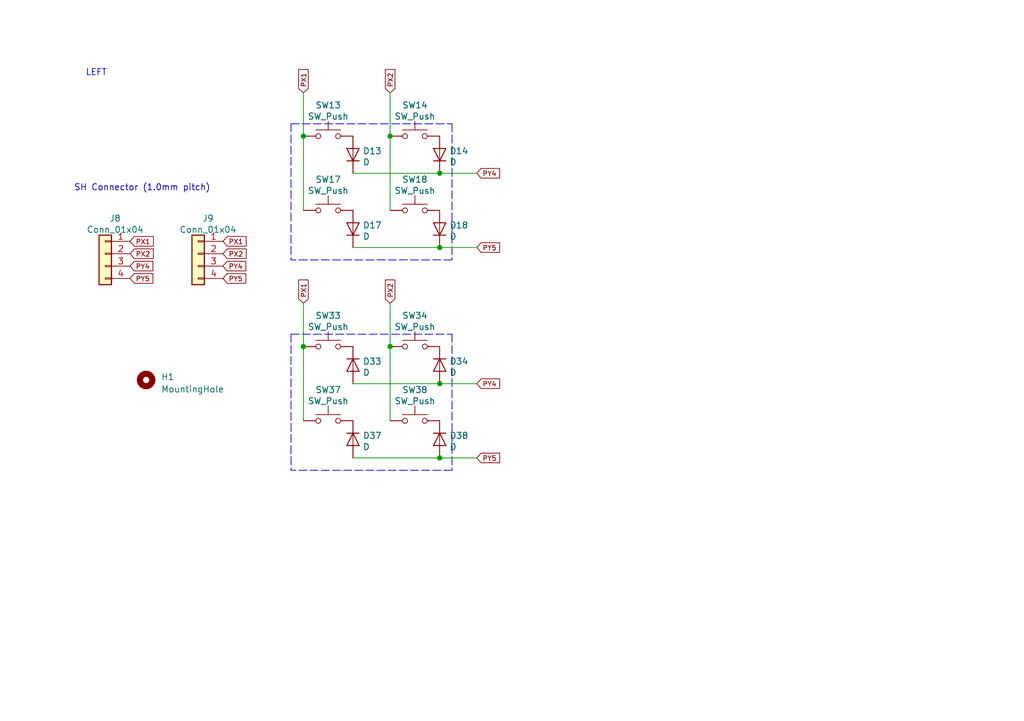
<source format=kicad_sch>
(kicad_sch (version 20230121) (generator eeschema)
  (paper "A5")
  (title_block (title "PANGAEA Keyboard") (date "2023-03-19") (rev "1.0") (company "@e3w2q, @otahinosame, @k2___________"))
  (lib_symbols
    (symbol "#library:D" (pin_numbers hide) (pin_names (offset 1.016) hide)
      (property "Reference" "D" (at 0 2.54 0))
      (property "Value" "D" (at 0 -2.54 0))
      (symbol "D_0_1"
        (polyline (pts (xy -1.27 1.27) (xy -1.27 -1.27)) (stroke (width 0.2032)))
        (polyline (pts (xy 1.27 0) (xy -1.27 0)))
        (polyline (pts (xy 1.27 1.27) (xy 1.27 -1.27) (xy -1.27 0) (xy 1.27 1.27)) (stroke (width 0.2032)))
      )
      (symbol "D_1_1"
        (pin passive line (at -3.81 0 0) (length 2.54) (name "K") (number "1"))
        (pin passive line (at 3.81 0 180) (length 2.54) (name "A") (number "2"))
      )
    )
    (symbol "#library:SW_Push" (pin_numbers hide) (pin_names (offset 1.016) hide)
      (property "Reference" "SW" (at 1.27 2.54 0))
      (property "Value" "SW_Push" (at 0 -1.524 0))
      (symbol "SW_Push_0_1"
        (circle (center -2.032 0) (radius 0.508))
        (polyline (pts (xy 0 1.27) (xy 0 3.048)))
        (polyline (pts (xy 2.54 1.27) (xy -2.54 1.27)))
        (circle (center 2.032 0) (radius 0.508))
        (pin passive line (at -5.08 0 0) (length 2.54) (name "1") (number "1"))
        (pin passive line (at 5.08 0 180) (length 2.54) (name "2") (number "2"))
      )
    )
    (symbol "Connector_Generic:Conn_01x04" (pin_names (offset 1.016) hide)
      (property "Reference" "J" (at 0 5.08 0))
      (property "Value" "Conn_01x04" (at 0 -7.62 0))
      (symbol "Conn_01x04_1_1"
        (rectangle (start -1.27 -4.953) (end 0 -5.207) (stroke (width 0.1524)))
        (rectangle (start -1.27 -2.413) (end 0 -2.667) (stroke (width 0.1524)))
        (rectangle (start -1.27 0.127) (end 0 -0.127) (stroke (width 0.1524)))
        (rectangle (start -1.27 2.667) (end 0 2.413) (stroke (width 0.1524)))
        (rectangle (start -1.27 3.81) (end 1.27 -6.35) (stroke (width 0.254)) (fill (type background)))
        (pin passive line (at -5.08 2.54 0) (length 3.81) (name "Pin_1") (number "1"))
        (pin passive line (at -5.08 0 0) (length 3.81) (name "Pin_2") (number "2"))
        (pin passive line (at -5.08 -2.54 0) (length 3.81) (name "Pin_3") (number "3"))
        (pin passive line (at -5.08 -5.08 0) (length 3.81) (name "Pin_4") (number "4"))
      )
    )
    (symbol "Mechanical:MountingHole" (pin_names (offset 1.016))
      (property "Reference" "H" (at 0 5.08 0))
      (property "Value" "MountingHole" (at 0 3.175 0))
      (symbol "MountingHole_0_1"
        (circle (center 0 0) (radius 1.27) (stroke (width 1.27)))
      )
    )
  )
  (junction (at 80.01 27.94) (diameter 0.9144))
  (junction (at 62.23 27.94) (diameter 0.9144))
  (junction (at 90.17 50.8) (diameter 0.9144))
  (junction (at 62.23 71.12) (diameter 0.9144))
  (junction (at 80.01 71.12) (diameter 0.9144))
  (junction (at 90.17 93.98) (diameter 0.9144))
  (junction (at 90.17 35.56) (diameter 0.9144))
  (junction (at 90.17 78.74) (diameter 0.9144))
  (wire (pts (xy 62.23 71.12) (xy 62.23 86.36)))
  (wire (pts (xy 62.23 27.94) (xy 62.23 43.18)))
  (polyline (pts (xy 92.71 96.52) (xy 59.69 96.52)) (stroke (width 0) (type dash)))
  (polyline (pts (xy 92.71 53.34) (xy 59.69 53.34)) (stroke (width 0) (type dash)))
  (wire (pts (xy 62.23 62.23) (xy 62.23 71.12)))
  (wire (pts (xy 62.23 19.05) (xy 62.23 27.94)))
  (wire (pts (xy 72.39 78.74) (xy 90.17 78.74)))
  (wire (pts (xy 90.17 93.98) (xy 97.79 93.98)))
  (wire (pts (xy 90.17 50.8) (xy 97.79 50.8)))
  (wire (pts (xy 80.01 71.12) (xy 80.01 86.36)))
  (polyline (pts (xy 59.69 25.4) (xy 59.69 53.34)) (stroke (width 0) (type dash)))
  (wire (pts (xy 72.39 35.56) (xy 90.17 35.56)))
  (wire (pts (xy 72.39 50.8) (xy 90.17 50.8)))
  (wire (pts (xy 80.01 62.23) (xy 80.01 71.12)))
  (polyline (pts (xy 92.71 25.4) (xy 92.71 53.34)) (stroke (width 0) (type dash)))
  (wire (pts (xy 72.39 93.98) (xy 90.17 93.98)))
  (polyline (pts (xy 59.69 25.4) (xy 92.71 25.4)) (stroke (width 0) (type dash)))
  (wire (pts (xy 80.01 27.94) (xy 80.01 43.18)))
  (polyline (pts (xy 59.69 68.58) (xy 59.69 96.52)) (stroke (width 0) (type dash)))
  (wire (pts (xy 90.17 35.56) (xy 97.79 35.56)))
  (polyline (pts (xy 59.69 68.58) (xy 92.71 68.58)) (stroke (width 0) (type dash)))
  (polyline (pts (xy 92.71 68.58) (xy 92.71 96.52)) (stroke (width 0) (type dash)))
  (wire (pts (xy 90.17 78.74) (xy 97.79 78.74)))
  (wire (pts (xy 80.01 19.05) (xy 80.01 27.94)))
  (text "LEFT" (at 17.526 15.748 0) (effects (font (size 1.27 1.27)) (justify left bottom)))
  (text "SH Connector (1.0mm pitch)" (at 43.18 39.37 0) (effects (font (size 1.27 1.27)) (justify right bottom)))
  (global_label "PY5" (shape input) (at 45.72 57.15 0) (effects (font (size 0.9906 0.9906))) (property "Intersheetrefs" "${INTERSHEET_REFS}" (effects hide)))
  (global_label "PY4" (shape input) (at 97.79 78.74 0) (effects (font (size 0.9906 0.9906))) (property "Intersheetrefs" "${INTERSHEET_REFS}" (effects hide)))
  (global_label "PX2" (shape input) (at 80.01 62.23 90) (effects (font (size 0.9906 0.9906))) (property "Intersheetrefs" "${INTERSHEET_REFS}" (effects hide)))
  (global_label "PX2" (shape input) (at 26.67 52.07 0) (effects (font (size 0.9906 0.9906))) (property "Intersheetrefs" "${INTERSHEET_REFS}" (effects hide)))
  (global_label "PY5" (shape input) (at 97.79 93.98 0) (effects (font (size 0.9906 0.9906))) (property "Intersheetrefs" "${INTERSHEET_REFS}" (effects hide)))
  (global_label "PY5" (shape input) (at 97.79 50.8 0) (effects (font (size 0.9906 0.9906))) (property "Intersheetrefs" "${INTERSHEET_REFS}" (effects hide)))
  (global_label "PY5" (shape input) (at 26.67 57.15 0) (effects (font (size 0.9906 0.9906))) (property "Intersheetrefs" "${INTERSHEET_REFS}" (effects hide)))
  (global_label "PY4" (shape input) (at 45.72 54.61 0) (effects (font (size 0.9906 0.9906))) (property "Intersheetrefs" "${INTERSHEET_REFS}" (effects hide)))
  (global_label "PX1" (shape input) (at 62.23 62.23 90) (effects (font (size 0.9906 0.9906))) (property "Intersheetrefs" "${INTERSHEET_REFS}" (effects hide)))
  (global_label "PX1" (shape input) (at 45.72 49.53 0) (effects (font (size 0.9906 0.9906))) (property "Intersheetrefs" "${INTERSHEET_REFS}" (effects hide)))
  (global_label "PY4" (shape input) (at 97.79 35.56 0) (effects (font (size 0.9906 0.9906))) (property "Intersheetrefs" "${INTERSHEET_REFS}" (effects hide)))
  (global_label "PX1" (shape input) (at 26.67 49.53 0) (effects (font (size 0.9906 0.9906))) (property "Intersheetrefs" "${INTERSHEET_REFS}" (effects hide)))
  (global_label "PX1" (shape input) (at 62.23 19.05 90) (effects (font (size 0.9906 0.9906))) (property "Intersheetrefs" "${INTERSHEET_REFS}" (effects hide)))
  (global_label "PY4" (shape input) (at 26.67 54.61 0) (effects (font (size 0.9906 0.9906))) (property "Intersheetrefs" "${INTERSHEET_REFS}" (effects hide)))
  (global_label "PX2" (shape input) (at 45.72 52.07 0) (effects (font (size 0.9906 0.9906))) (property "Intersheetrefs" "${INTERSHEET_REFS}" (effects hide)))
  (global_label "PX2" (shape input) (at 80.01 19.05 90) (effects (font (size 0.9906 0.9906))) (property "Intersheetrefs" "${INTERSHEET_REFS}" (effects hide)))
  (symbol (lib_id "#library:D") (at 72.39 74.93 270) (unit 1)
    (property "Reference" "D33" (at 74.3967 74.1691 90) (effects (justify left)))
    (property "Value" "D" (at 74.3967 76.4678 90) (effects (justify left)))
    (property "Footprint" "footprint:diode_TH_SMD_rev3" (effects hide))
  )
  (symbol (lib_id "#library:D") (at 72.39 46.99 90) (unit 1)
    (property "Reference" "D17" (at 74.3967 46.2291 90) (effects (justify right)))
    (property "Value" "D" (at 74.3967 48.5278 90) (effects (justify right)))
    (property "Footprint" "footprint:diode_TH_SMD_rev3" (effects hide))
  )
  (symbol (lib_id "#library:SW_Push") (at 85.09 43.18 0) (unit 1)
    (property "Reference" "SW18" (at 85.09 36.8258 0))
    (property "Value" "SW_Push" (at 85.09 39.1245 0))
    (property "Footprint" "footprint:CherryMX_Choc_Hotswap_rev9_test" (effects hide))
  )
  (symbol (lib_id "Connector_Generic:Conn_01x04") (at 40.64 52.07 0) (mirror y) (unit 1)
    (property "Reference" "J9" (at 42.672 44.8268 0))
    (property "Value" "Conn_01x04" (at 42.672 47.1255 0))
    (property "Footprint" "footprint:JST_SH_BM03B-SRSS-TB_1x04-1MP_P1.00mm_Vertical" (effects hide))
  )
  (symbol (lib_id "#library:SW_Push") (at 67.31 43.18 0) (unit 1)
    (property "Reference" "SW17" (at 67.31 36.8258 0))
    (property "Value" "SW_Push" (at 67.31 39.1245 0))
    (property "Footprint" "footprint:CherryMX_Choc_Hotswap_rev9_test" (effects hide))
  )
  (symbol (lib_id "#library:SW_Push") (at 67.31 27.94 0) (unit 1)
    (property "Reference" "SW13" (at 67.31 21.5858 0))
    (property "Value" "SW_Push" (at 67.31 23.8845 0))
    (property "Footprint" "footprint:CherryMX_Choc_Hotswap_rev9_test" (effects hide))
  )
  (symbol (lib_id "#library:D") (at 90.17 46.99 90) (unit 1)
    (property "Reference" "D18" (at 92.1767 46.2291 90) (effects (justify right)))
    (property "Value" "D" (at 92.1767 48.5278 90) (effects (justify right)))
    (property "Footprint" "footprint:diode_TH_SMD_rev3" (effects hide))
  )
  (symbol (lib_id "Mechanical:MountingHole") (at 29.972 77.978 0) (unit 1)
    (property "Reference" "H1" (at 33.02 77.343 0) (effects (justify left)))
    (property "Value" "MountingHole" (at 33.02 79.883 0) (effects (justify left)))
  )
  (symbol (lib_id "#library:SW_Push") (at 67.31 71.12 0) (unit 1)
    (property "Reference" "SW33" (at 67.31 64.7658 0))
    (property "Value" "SW_Push" (at 67.31 67.0645 0))
    (property "Footprint" "footprint:CherryMX_Choc_Hotswap_rev9_test" (effects hide))
  )
  (symbol (lib_id "#library:SW_Push") (at 67.31 86.36 0) (unit 1)
    (property "Reference" "SW37" (at 67.31 80.0058 0))
    (property "Value" "SW_Push" (at 67.31 82.3045 0))
    (property "Footprint" "footprint:CherryMX_Choc_Hotswap_rev9_test" (effects hide))
  )
  (symbol (lib_id "Connector_Generic:Conn_01x04") (at 21.59 52.07 0) (mirror y) (unit 1)
    (property "Reference" "J8" (at 23.622 44.8268 0))
    (property "Value" "Conn_01x04" (at 23.622 47.1255 0))
    (property "Footprint" "footprint:JST_SH_BM03B-SRSS-TB_1x04-1MP_P1.00mm_Vertical" (effects hide))
  )
  (symbol (lib_id "#library:SW_Push") (at 85.09 86.36 0) (unit 1)
    (property "Reference" "SW38" (at 85.09 80.0058 0))
    (property "Value" "SW_Push" (at 85.09 82.3045 0))
    (property "Footprint" "footprint:CherryMX_Choc_Hotswap_rev9_test" (effects hide))
  )
  (symbol (lib_id "#library:D") (at 90.17 74.93 270) (unit 1)
    (property "Reference" "D34" (at 92.1767 74.1691 90) (effects (justify left)))
    (property "Value" "D" (at 92.1767 76.4678 90) (effects (justify left)))
    (property "Footprint" "footprint:diode_TH_SMD_rev3" (effects hide))
  )
  (symbol (lib_id "#library:D") (at 72.39 90.17 270) (unit 1)
    (property "Reference" "D37" (at 74.3967 89.4091 90) (effects (justify left)))
    (property "Value" "D" (at 74.3967 91.7078 90) (effects (justify left)))
    (property "Footprint" "footprint:diode_TH_SMD_rev3" (effects hide))
  )
  (symbol (lib_id "#library:D") (at 90.17 31.75 90) (unit 1)
    (property "Reference" "D14" (at 92.1767 30.9891 90) (effects (justify right)))
    (property "Value" "D" (at 92.1767 33.2878 90) (effects (justify right)))
    (property "Footprint" "footprint:diode_TH_SMD_rev3" (effects hide))
  )
  (symbol (lib_id "#library:D") (at 72.39 31.75 90) (unit 1)
    (property "Reference" "D13" (at 74.3967 30.9891 90) (effects (justify right)))
    (property "Value" "D" (at 74.3967 33.2878 90) (effects (justify right)))
    (property "Footprint" "footprint:diode_TH_SMD_rev3" (effects hide))
  )
  (symbol (lib_id "#library:SW_Push") (at 85.09 27.94 0) (unit 1)
    (property "Reference" "SW14" (at 85.09 21.5858 0))
    (property "Value" "SW_Push" (at 85.09 23.8845 0))
    (property "Footprint" "footprint:CherryMX_Choc_Hotswap_rev9_test" (effects hide))
  )
  (symbol (lib_id "#library:D") (at 90.17 90.17 270) (unit 1)
    (property "Reference" "D38" (at 92.1767 89.4091 90) (effects (justify left)))
    (property "Value" "D" (at 92.1767 91.7078 90) (effects (justify left)))
    (property "Footprint" "footprint:diode_TH_SMD_rev3" (effects hide))
  )
  (symbol (lib_id "#library:SW_Push") (at 85.09 71.12 0) (unit 1)
    (property "Reference" "SW34" (at 85.09 64.7658 0))
    (property "Value" "SW_Push" (at 85.09 67.0645 0))
    (property "Footprint" "footprint:CherryMX_Choc_Hotswap_rev9_test" (effects hide))
  )
)
</source>
